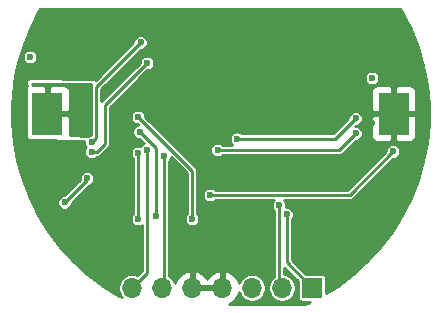
<source format=gbr>
G04 #@! TF.GenerationSoftware,KiCad,Pcbnew,(5.1.8)-1*
G04 #@! TF.CreationDate,2021-06-05T10:41:31+02:00*
G04 #@! TF.ProjectId,nrf52-sensor-tag,6e726635-322d-4736-956e-736f722d7461,rev?*
G04 #@! TF.SameCoordinates,Original*
G04 #@! TF.FileFunction,Copper,L2,Bot*
G04 #@! TF.FilePolarity,Positive*
%FSLAX46Y46*%
G04 Gerber Fmt 4.6, Leading zero omitted, Abs format (unit mm)*
G04 Created by KiCad (PCBNEW (5.1.8)-1) date 2021-06-05 10:41:31*
%MOMM*%
%LPD*%
G01*
G04 APERTURE LIST*
G04 #@! TA.AperFunction,ComponentPad*
%ADD10O,1.700000X1.700000*%
G04 #@! TD*
G04 #@! TA.AperFunction,ComponentPad*
%ADD11R,1.700000X1.700000*%
G04 #@! TD*
G04 #@! TA.AperFunction,SMDPad,CuDef*
%ADD12R,2.600000X3.560000*%
G04 #@! TD*
G04 #@! TA.AperFunction,ViaPad*
%ADD13C,0.600000*%
G04 #@! TD*
G04 #@! TA.AperFunction,ViaPad*
%ADD14C,0.800000*%
G04 #@! TD*
G04 #@! TA.AperFunction,Conductor*
%ADD15C,0.250000*%
G04 #@! TD*
G04 #@! TA.AperFunction,Conductor*
%ADD16C,0.254000*%
G04 #@! TD*
G04 #@! TA.AperFunction,Conductor*
%ADD17C,0.100000*%
G04 #@! TD*
G04 APERTURE END LIST*
D10*
X114274600Y-79362300D03*
X116814600Y-79362300D03*
X119354600Y-79362300D03*
X121894600Y-79362300D03*
X124434600Y-79362300D03*
X126974600Y-79362300D03*
D11*
X129514600Y-79362300D03*
D12*
X136417600Y-64617600D03*
X107117600Y-64617600D03*
D13*
X107670600Y-61468000D03*
X108051600Y-74041000D03*
X106654600Y-71755000D03*
X135610600Y-74041000D03*
X136753600Y-71755000D03*
X138277600Y-61722000D03*
X134594600Y-65405000D03*
X130403600Y-77089000D03*
X115036610Y-56642000D03*
X111865344Y-69786212D03*
D14*
X105130600Y-62252798D03*
D13*
X127355600Y-73152000D03*
X121513600Y-67691000D03*
X133197600Y-66294000D03*
X115544600Y-60325000D03*
X110845600Y-67856013D03*
X126720600Y-72390000D03*
X123164600Y-66740000D03*
X133197600Y-65024000D03*
X115004100Y-58579500D03*
X110845596Y-67056000D03*
X105638600Y-59817000D03*
X134594600Y-61595000D03*
D14*
X110464600Y-62484000D03*
X110464600Y-63373000D03*
X110464600Y-64262000D03*
X110464600Y-65151000D03*
X110464600Y-66040000D03*
D13*
X108559600Y-72136000D03*
X110464600Y-70104000D03*
X115544600Y-67691000D03*
X116941600Y-68199000D03*
X136372600Y-67818000D03*
X120878600Y-71501000D03*
X114782600Y-64897000D03*
X119354600Y-73533000D03*
X114919600Y-66167000D03*
X116306600Y-73279000D03*
X114782600Y-67945000D03*
X114782600Y-73533000D03*
D15*
X127355600Y-77203300D02*
X129514600Y-79362300D01*
X127355600Y-73152000D02*
X127355600Y-77203300D01*
X131800600Y-67691000D02*
X133197600Y-66294000D01*
X121513600Y-67691000D02*
X131800600Y-67691000D01*
X111269864Y-67856013D02*
X110845600Y-67856013D01*
X111978602Y-67147275D02*
X111269864Y-67856013D01*
X111978602Y-63890998D02*
X111978602Y-67147275D01*
X115544600Y-60325000D02*
X111978602Y-63890998D01*
X126720600Y-79108300D02*
X126974600Y-79362300D01*
X126720600Y-72390000D02*
X126720600Y-79108300D01*
X131481600Y-66740000D02*
X133197600Y-65024000D01*
X123164600Y-66740000D02*
X131481600Y-66740000D01*
X111226600Y-66674996D02*
X110845596Y-67056000D01*
X115004100Y-58579500D02*
X111226600Y-62357000D01*
X111226600Y-62357000D02*
X111226600Y-66674996D01*
X108559600Y-72136000D02*
X110464600Y-70231000D01*
X110464600Y-70231000D02*
X110464600Y-70104000D01*
X115544600Y-78092300D02*
X114274600Y-79362300D01*
X115544600Y-67691000D02*
X115544600Y-78092300D01*
X116941600Y-79235300D02*
X116814600Y-79362300D01*
X116941600Y-68199000D02*
X116941600Y-79235300D01*
X136372600Y-67818000D02*
X132689600Y-71501000D01*
X132689600Y-71501000D02*
X120878600Y-71501000D01*
X119354600Y-69469000D02*
X119354600Y-73533000D01*
X114782600Y-64897000D02*
X119354600Y-69469000D01*
X116306600Y-67554000D02*
X116306600Y-73279000D01*
X114919600Y-66167000D02*
X116306600Y-67554000D01*
X114782600Y-67945000D02*
X114782600Y-73533000D01*
D16*
X137168048Y-56018246D02*
X137895680Y-57479376D01*
X138485236Y-59001469D01*
X138931671Y-60571507D01*
X139231176Y-62176081D01*
X139381183Y-63801440D01*
X139380414Y-65433722D01*
X139228873Y-67058952D01*
X138927854Y-68663242D01*
X138479941Y-70232848D01*
X137888948Y-71754390D01*
X137159940Y-73214829D01*
X136299143Y-74601689D01*
X135313928Y-75903101D01*
X134212717Y-77107940D01*
X133004906Y-78205923D01*
X131700852Y-79187634D01*
X130693182Y-79809328D01*
X130693182Y-78512300D01*
X130686868Y-78448197D01*
X130668170Y-78386557D01*
X130637806Y-78329750D01*
X130596943Y-78279957D01*
X130547150Y-78239094D01*
X130490343Y-78208730D01*
X130428703Y-78190032D01*
X130364600Y-78183718D01*
X128975242Y-78183718D01*
X127807600Y-77016077D01*
X127807600Y-73586712D01*
X127842623Y-73551689D01*
X127911240Y-73448996D01*
X127958505Y-73334889D01*
X127982600Y-73213754D01*
X127982600Y-73090246D01*
X127958505Y-72969111D01*
X127911240Y-72855004D01*
X127842623Y-72752311D01*
X127755289Y-72664977D01*
X127652596Y-72596360D01*
X127538489Y-72549095D01*
X127417354Y-72525000D01*
X127333031Y-72525000D01*
X127347600Y-72451754D01*
X127347600Y-72328246D01*
X127323505Y-72207111D01*
X127276240Y-72093004D01*
X127207623Y-71990311D01*
X127170312Y-71953000D01*
X132667395Y-71953000D01*
X132689600Y-71955187D01*
X132711805Y-71953000D01*
X132778207Y-71946460D01*
X132863410Y-71920614D01*
X132941933Y-71878643D01*
X133010759Y-71822159D01*
X133024923Y-71804900D01*
X136384824Y-68445000D01*
X136434354Y-68445000D01*
X136555489Y-68420905D01*
X136669596Y-68373640D01*
X136772289Y-68305023D01*
X136859623Y-68217689D01*
X136928240Y-68114996D01*
X136975505Y-68000889D01*
X136999600Y-67879754D01*
X136999600Y-67756246D01*
X136975505Y-67635111D01*
X136928240Y-67521004D01*
X136859623Y-67418311D01*
X136772289Y-67330977D01*
X136669596Y-67262360D01*
X136555489Y-67215095D01*
X136434354Y-67191000D01*
X136310846Y-67191000D01*
X136189711Y-67215095D01*
X136075604Y-67262360D01*
X135972911Y-67330977D01*
X135885577Y-67418311D01*
X135816960Y-67521004D01*
X135769695Y-67635111D01*
X135745600Y-67756246D01*
X135745600Y-67805776D01*
X132502377Y-71049000D01*
X121313312Y-71049000D01*
X121278289Y-71013977D01*
X121175596Y-70945360D01*
X121061489Y-70898095D01*
X120940354Y-70874000D01*
X120816846Y-70874000D01*
X120695711Y-70898095D01*
X120581604Y-70945360D01*
X120478911Y-71013977D01*
X120391577Y-71101311D01*
X120322960Y-71204004D01*
X120275695Y-71318111D01*
X120251600Y-71439246D01*
X120251600Y-71562754D01*
X120275695Y-71683889D01*
X120322960Y-71797996D01*
X120391577Y-71900689D01*
X120478911Y-71988023D01*
X120581604Y-72056640D01*
X120695711Y-72103905D01*
X120816846Y-72128000D01*
X120940354Y-72128000D01*
X121061489Y-72103905D01*
X121175596Y-72056640D01*
X121278289Y-71988023D01*
X121313312Y-71953000D01*
X126270888Y-71953000D01*
X126233577Y-71990311D01*
X126164960Y-72093004D01*
X126117695Y-72207111D01*
X126093600Y-72328246D01*
X126093600Y-72451754D01*
X126117695Y-72572889D01*
X126164960Y-72686996D01*
X126233577Y-72789689D01*
X126268600Y-72824712D01*
X126268601Y-78418467D01*
X126224306Y-78448064D01*
X126060364Y-78612006D01*
X125931556Y-78804781D01*
X125842831Y-79018982D01*
X125797600Y-79246376D01*
X125797600Y-79478224D01*
X125842831Y-79705618D01*
X125931556Y-79919819D01*
X126060364Y-80112594D01*
X126224306Y-80276536D01*
X126417081Y-80405344D01*
X126631282Y-80494069D01*
X126858676Y-80539300D01*
X127090524Y-80539300D01*
X127317918Y-80494069D01*
X127532119Y-80405344D01*
X127724894Y-80276536D01*
X127888836Y-80112594D01*
X128017644Y-79919819D01*
X128106369Y-79705618D01*
X128151600Y-79478224D01*
X128151600Y-79246376D01*
X128106369Y-79018982D01*
X128017644Y-78804781D01*
X127888836Y-78612006D01*
X127724894Y-78448064D01*
X127532119Y-78319256D01*
X127317918Y-78230531D01*
X127172600Y-78201626D01*
X127172600Y-77659523D01*
X128336018Y-78822942D01*
X128336018Y-80212300D01*
X128342332Y-80276403D01*
X128361030Y-80338043D01*
X128391394Y-80394850D01*
X128432257Y-80444643D01*
X128482050Y-80485506D01*
X128538857Y-80515870D01*
X128600497Y-80534568D01*
X128664600Y-80540882D01*
X129312143Y-80540882D01*
X128924038Y-80733539D01*
X122452416Y-80733539D01*
X122661520Y-80633941D01*
X122894869Y-80459888D01*
X123089778Y-80243655D01*
X123238757Y-79993552D01*
X123323336Y-79755121D01*
X123391556Y-79919819D01*
X123520364Y-80112594D01*
X123684306Y-80276536D01*
X123877081Y-80405344D01*
X124091282Y-80494069D01*
X124318676Y-80539300D01*
X124550524Y-80539300D01*
X124777918Y-80494069D01*
X124992119Y-80405344D01*
X125184894Y-80276536D01*
X125348836Y-80112594D01*
X125477644Y-79919819D01*
X125566369Y-79705618D01*
X125611600Y-79478224D01*
X125611600Y-79246376D01*
X125566369Y-79018982D01*
X125477644Y-78804781D01*
X125348836Y-78612006D01*
X125184894Y-78448064D01*
X124992119Y-78319256D01*
X124777918Y-78230531D01*
X124550524Y-78185300D01*
X124318676Y-78185300D01*
X124091282Y-78230531D01*
X123877081Y-78319256D01*
X123684306Y-78448064D01*
X123520364Y-78612006D01*
X123391556Y-78804781D01*
X123323336Y-78969479D01*
X123238757Y-78731048D01*
X123089778Y-78480945D01*
X122894869Y-78264712D01*
X122661520Y-78090659D01*
X122398699Y-77965475D01*
X122251490Y-77920824D01*
X122021600Y-78042145D01*
X122021600Y-79235300D01*
X122041600Y-79235300D01*
X122041600Y-79489300D01*
X122021600Y-79489300D01*
X122021600Y-79509300D01*
X121767600Y-79509300D01*
X121767600Y-79489300D01*
X119481600Y-79489300D01*
X119481600Y-79509300D01*
X119227600Y-79509300D01*
X119227600Y-79489300D01*
X119207600Y-79489300D01*
X119207600Y-79235300D01*
X119227600Y-79235300D01*
X119227600Y-78042145D01*
X119481600Y-78042145D01*
X119481600Y-79235300D01*
X121767600Y-79235300D01*
X121767600Y-78042145D01*
X121537710Y-77920824D01*
X121390501Y-77965475D01*
X121127680Y-78090659D01*
X120894331Y-78264712D01*
X120699422Y-78480945D01*
X120624600Y-78606555D01*
X120549778Y-78480945D01*
X120354869Y-78264712D01*
X120121520Y-78090659D01*
X119858699Y-77965475D01*
X119711490Y-77920824D01*
X119481600Y-78042145D01*
X119227600Y-78042145D01*
X118997710Y-77920824D01*
X118850501Y-77965475D01*
X118587680Y-78090659D01*
X118354331Y-78264712D01*
X118159422Y-78480945D01*
X118010443Y-78731048D01*
X117925864Y-78969479D01*
X117857644Y-78804781D01*
X117728836Y-78612006D01*
X117564894Y-78448064D01*
X117393600Y-78333609D01*
X117393600Y-68633712D01*
X117428623Y-68598689D01*
X117497240Y-68495996D01*
X117544505Y-68381889D01*
X117558402Y-68312026D01*
X118902600Y-69656225D01*
X118902601Y-73098287D01*
X118867577Y-73133311D01*
X118798960Y-73236004D01*
X118751695Y-73350111D01*
X118727600Y-73471246D01*
X118727600Y-73594754D01*
X118751695Y-73715889D01*
X118798960Y-73829996D01*
X118867577Y-73932689D01*
X118954911Y-74020023D01*
X119057604Y-74088640D01*
X119171711Y-74135905D01*
X119292846Y-74160000D01*
X119416354Y-74160000D01*
X119537489Y-74135905D01*
X119651596Y-74088640D01*
X119754289Y-74020023D01*
X119841623Y-73932689D01*
X119910240Y-73829996D01*
X119957505Y-73715889D01*
X119981600Y-73594754D01*
X119981600Y-73471246D01*
X119957505Y-73350111D01*
X119910240Y-73236004D01*
X119841623Y-73133311D01*
X119806600Y-73098288D01*
X119806600Y-69491204D01*
X119808787Y-69468999D01*
X119800060Y-69380392D01*
X119794044Y-69360562D01*
X119774214Y-69295190D01*
X119732243Y-69216667D01*
X119675759Y-69147841D01*
X119658512Y-69133687D01*
X118154071Y-67629246D01*
X120886600Y-67629246D01*
X120886600Y-67752754D01*
X120910695Y-67873889D01*
X120957960Y-67987996D01*
X121026577Y-68090689D01*
X121113911Y-68178023D01*
X121216604Y-68246640D01*
X121330711Y-68293905D01*
X121451846Y-68318000D01*
X121575354Y-68318000D01*
X121696489Y-68293905D01*
X121810596Y-68246640D01*
X121913289Y-68178023D01*
X121948312Y-68143000D01*
X131778395Y-68143000D01*
X131800600Y-68145187D01*
X131822805Y-68143000D01*
X131889207Y-68136460D01*
X131974410Y-68110614D01*
X132052933Y-68068643D01*
X132121759Y-68012159D01*
X132135923Y-67994900D01*
X133209825Y-66921000D01*
X133259354Y-66921000D01*
X133380489Y-66896905D01*
X133494596Y-66849640D01*
X133597289Y-66781023D01*
X133684623Y-66693689D01*
X133753240Y-66590996D01*
X133800505Y-66476889D01*
X133816276Y-66397600D01*
X134479528Y-66397600D01*
X134491788Y-66522082D01*
X134528098Y-66641780D01*
X134587063Y-66752094D01*
X134666415Y-66848785D01*
X134763106Y-66928137D01*
X134873420Y-66987102D01*
X134993118Y-67023412D01*
X135117600Y-67035672D01*
X136131850Y-67032600D01*
X136290600Y-66873850D01*
X136290600Y-64744600D01*
X136544600Y-64744600D01*
X136544600Y-66873850D01*
X136703350Y-67032600D01*
X137717600Y-67035672D01*
X137842082Y-67023412D01*
X137961780Y-66987102D01*
X138072094Y-66928137D01*
X138168785Y-66848785D01*
X138248137Y-66752094D01*
X138307102Y-66641780D01*
X138343412Y-66522082D01*
X138355672Y-66397600D01*
X138352600Y-64903350D01*
X138193850Y-64744600D01*
X136544600Y-64744600D01*
X136290600Y-64744600D01*
X134641350Y-64744600D01*
X134482600Y-64903350D01*
X134479528Y-66397600D01*
X133816276Y-66397600D01*
X133824600Y-66355754D01*
X133824600Y-66232246D01*
X133800505Y-66111111D01*
X133753240Y-65997004D01*
X133684623Y-65894311D01*
X133597289Y-65806977D01*
X133494596Y-65738360D01*
X133380489Y-65691095D01*
X133259354Y-65667000D01*
X133193825Y-65667000D01*
X133209825Y-65651000D01*
X133259354Y-65651000D01*
X133380489Y-65626905D01*
X133494596Y-65579640D01*
X133597289Y-65511023D01*
X133684623Y-65423689D01*
X133753240Y-65320996D01*
X133800505Y-65206889D01*
X133824600Y-65085754D01*
X133824600Y-64962246D01*
X133800505Y-64841111D01*
X133753240Y-64727004D01*
X133684623Y-64624311D01*
X133597289Y-64536977D01*
X133494596Y-64468360D01*
X133380489Y-64421095D01*
X133259354Y-64397000D01*
X133135846Y-64397000D01*
X133014711Y-64421095D01*
X132900604Y-64468360D01*
X132797911Y-64536977D01*
X132710577Y-64624311D01*
X132641960Y-64727004D01*
X132594695Y-64841111D01*
X132570600Y-64962246D01*
X132570600Y-65011775D01*
X131294377Y-66288000D01*
X123599312Y-66288000D01*
X123564289Y-66252977D01*
X123461596Y-66184360D01*
X123347489Y-66137095D01*
X123226354Y-66113000D01*
X123102846Y-66113000D01*
X122981711Y-66137095D01*
X122867604Y-66184360D01*
X122764911Y-66252977D01*
X122677577Y-66340311D01*
X122608960Y-66443004D01*
X122561695Y-66557111D01*
X122537600Y-66678246D01*
X122537600Y-66801754D01*
X122561695Y-66922889D01*
X122608960Y-67036996D01*
X122677577Y-67139689D01*
X122764911Y-67227023D01*
X122782836Y-67239000D01*
X121948312Y-67239000D01*
X121913289Y-67203977D01*
X121810596Y-67135360D01*
X121696489Y-67088095D01*
X121575354Y-67064000D01*
X121451846Y-67064000D01*
X121330711Y-67088095D01*
X121216604Y-67135360D01*
X121113911Y-67203977D01*
X121026577Y-67291311D01*
X120957960Y-67394004D01*
X120910695Y-67508111D01*
X120886600Y-67629246D01*
X118154071Y-67629246D01*
X115409600Y-64884777D01*
X115409600Y-64835246D01*
X115385505Y-64714111D01*
X115338240Y-64600004D01*
X115269623Y-64497311D01*
X115182289Y-64409977D01*
X115079596Y-64341360D01*
X114965489Y-64294095D01*
X114844354Y-64270000D01*
X114720846Y-64270000D01*
X114599711Y-64294095D01*
X114485604Y-64341360D01*
X114382911Y-64409977D01*
X114295577Y-64497311D01*
X114226960Y-64600004D01*
X114179695Y-64714111D01*
X114155600Y-64835246D01*
X114155600Y-64958754D01*
X114179695Y-65079889D01*
X114226960Y-65193996D01*
X114295577Y-65296689D01*
X114382911Y-65384023D01*
X114485604Y-65452640D01*
X114599711Y-65499905D01*
X114720846Y-65524000D01*
X114770377Y-65524000D01*
X114798234Y-65551857D01*
X114736711Y-65564095D01*
X114622604Y-65611360D01*
X114519911Y-65679977D01*
X114432577Y-65767311D01*
X114363960Y-65870004D01*
X114316695Y-65984111D01*
X114292600Y-66105246D01*
X114292600Y-66228754D01*
X114316695Y-66349889D01*
X114363960Y-66463996D01*
X114432577Y-66566689D01*
X114519911Y-66654023D01*
X114622604Y-66722640D01*
X114736711Y-66769905D01*
X114857846Y-66794000D01*
X114907377Y-66794000D01*
X115248404Y-67135028D01*
X115247604Y-67135360D01*
X115144911Y-67203977D01*
X115057577Y-67291311D01*
X115011038Y-67360962D01*
X114965489Y-67342095D01*
X114844354Y-67318000D01*
X114720846Y-67318000D01*
X114599711Y-67342095D01*
X114485604Y-67389360D01*
X114382911Y-67457977D01*
X114295577Y-67545311D01*
X114226960Y-67648004D01*
X114179695Y-67762111D01*
X114155600Y-67883246D01*
X114155600Y-68006754D01*
X114179695Y-68127889D01*
X114226960Y-68241996D01*
X114295577Y-68344689D01*
X114330600Y-68379712D01*
X114330601Y-73098287D01*
X114295577Y-73133311D01*
X114226960Y-73236004D01*
X114179695Y-73350111D01*
X114155600Y-73471246D01*
X114155600Y-73594754D01*
X114179695Y-73715889D01*
X114226960Y-73829996D01*
X114295577Y-73932689D01*
X114382911Y-74020023D01*
X114485604Y-74088640D01*
X114599711Y-74135905D01*
X114720846Y-74160000D01*
X114844354Y-74160000D01*
X114965489Y-74135905D01*
X115079596Y-74088640D01*
X115092601Y-74079951D01*
X115092601Y-77905074D01*
X114723437Y-78274239D01*
X114617918Y-78230531D01*
X114390524Y-78185300D01*
X114158676Y-78185300D01*
X113931282Y-78230531D01*
X113717081Y-78319256D01*
X113524306Y-78448064D01*
X113360364Y-78612006D01*
X113231556Y-78804781D01*
X113142831Y-79018982D01*
X113097600Y-79246376D01*
X113097600Y-79478224D01*
X113142831Y-79705618D01*
X113231556Y-79919819D01*
X113360364Y-80112594D01*
X113398437Y-80150667D01*
X113168947Y-80036612D01*
X111780597Y-79178246D01*
X110477460Y-78195299D01*
X109270694Y-77096186D01*
X108170608Y-75890296D01*
X107186619Y-74587953D01*
X106327136Y-73200288D01*
X105766375Y-72074246D01*
X107932600Y-72074246D01*
X107932600Y-72197754D01*
X107956695Y-72318889D01*
X108003960Y-72432996D01*
X108072577Y-72535689D01*
X108159911Y-72623023D01*
X108262604Y-72691640D01*
X108376711Y-72738905D01*
X108497846Y-72763000D01*
X108621354Y-72763000D01*
X108742489Y-72738905D01*
X108856596Y-72691640D01*
X108959289Y-72623023D01*
X109046623Y-72535689D01*
X109115240Y-72432996D01*
X109162505Y-72318889D01*
X109186600Y-72197754D01*
X109186600Y-72148223D01*
X110623060Y-70711764D01*
X110647489Y-70706905D01*
X110761596Y-70659640D01*
X110864289Y-70591023D01*
X110951623Y-70503689D01*
X111020240Y-70400996D01*
X111067505Y-70286889D01*
X111091600Y-70165754D01*
X111091600Y-70042246D01*
X111067505Y-69921111D01*
X111020240Y-69807004D01*
X110951623Y-69704311D01*
X110864289Y-69616977D01*
X110761596Y-69548360D01*
X110647489Y-69501095D01*
X110526354Y-69477000D01*
X110402846Y-69477000D01*
X110281711Y-69501095D01*
X110167604Y-69548360D01*
X110064911Y-69616977D01*
X109977577Y-69704311D01*
X109908960Y-69807004D01*
X109861695Y-69921111D01*
X109837600Y-70042246D01*
X109837600Y-70165754D01*
X109846397Y-70209979D01*
X108547377Y-71509000D01*
X108497846Y-71509000D01*
X108376711Y-71533095D01*
X108262604Y-71580360D01*
X108159911Y-71648977D01*
X108072577Y-71736311D01*
X108003960Y-71839004D01*
X107956695Y-71953111D01*
X107932600Y-72074246D01*
X105766375Y-72074246D01*
X105599505Y-71739162D01*
X105009950Y-70217068D01*
X104563515Y-68647038D01*
X104264009Y-67042458D01*
X104114002Y-65417099D01*
X104114771Y-63784818D01*
X104266312Y-62159586D01*
X104306716Y-61944250D01*
X105311600Y-61944250D01*
X105311600Y-66548000D01*
X105317147Y-66607972D01*
X105335023Y-66669532D01*
X105364566Y-66726422D01*
X105404640Y-66776455D01*
X105453705Y-66817709D01*
X105509875Y-66848598D01*
X105570992Y-66867935D01*
X105634707Y-66874977D01*
X110231435Y-66929700D01*
X110218596Y-66994246D01*
X110218596Y-67117754D01*
X110242691Y-67238889D01*
X110289956Y-67352996D01*
X110358573Y-67455689D01*
X110358893Y-67456009D01*
X110358577Y-67456324D01*
X110289960Y-67559017D01*
X110242695Y-67673124D01*
X110218600Y-67794259D01*
X110218600Y-67917767D01*
X110242695Y-68038902D01*
X110289960Y-68153009D01*
X110358577Y-68255702D01*
X110445911Y-68343036D01*
X110548604Y-68411653D01*
X110662711Y-68458918D01*
X110783846Y-68483013D01*
X110907354Y-68483013D01*
X111028489Y-68458918D01*
X111142596Y-68411653D01*
X111245289Y-68343036D01*
X111279028Y-68309297D01*
X111292069Y-68308013D01*
X111358471Y-68301473D01*
X111443674Y-68275627D01*
X111522197Y-68233656D01*
X111591023Y-68177172D01*
X111605187Y-68159913D01*
X112282507Y-67482594D01*
X112299761Y-67468434D01*
X112356245Y-67399608D01*
X112398216Y-67321085D01*
X112415300Y-67264767D01*
X112424062Y-67235883D01*
X112432789Y-67147275D01*
X112430602Y-67125070D01*
X112430602Y-64078221D01*
X113671223Y-62837600D01*
X134479528Y-62837600D01*
X134482600Y-64331850D01*
X134641350Y-64490600D01*
X136290600Y-64490600D01*
X136290600Y-62361350D01*
X136544600Y-62361350D01*
X136544600Y-64490600D01*
X138193850Y-64490600D01*
X138352600Y-64331850D01*
X138355672Y-62837600D01*
X138343412Y-62713118D01*
X138307102Y-62593420D01*
X138248137Y-62483106D01*
X138168785Y-62386415D01*
X138072094Y-62307063D01*
X137961780Y-62248098D01*
X137842082Y-62211788D01*
X137717600Y-62199528D01*
X136703350Y-62202600D01*
X136544600Y-62361350D01*
X136290600Y-62361350D01*
X136131850Y-62202600D01*
X135117600Y-62199528D01*
X134993118Y-62211788D01*
X134873420Y-62248098D01*
X134763106Y-62307063D01*
X134666415Y-62386415D01*
X134587063Y-62483106D01*
X134528098Y-62593420D01*
X134491788Y-62713118D01*
X134479528Y-62837600D01*
X113671223Y-62837600D01*
X114975577Y-61533246D01*
X133967600Y-61533246D01*
X133967600Y-61656754D01*
X133991695Y-61777889D01*
X134038960Y-61891996D01*
X134107577Y-61994689D01*
X134194911Y-62082023D01*
X134297604Y-62150640D01*
X134411711Y-62197905D01*
X134532846Y-62222000D01*
X134656354Y-62222000D01*
X134777489Y-62197905D01*
X134891596Y-62150640D01*
X134994289Y-62082023D01*
X135081623Y-61994689D01*
X135150240Y-61891996D01*
X135197505Y-61777889D01*
X135221600Y-61656754D01*
X135221600Y-61533246D01*
X135197505Y-61412111D01*
X135150240Y-61298004D01*
X135081623Y-61195311D01*
X134994289Y-61107977D01*
X134891596Y-61039360D01*
X134777489Y-60992095D01*
X134656354Y-60968000D01*
X134532846Y-60968000D01*
X134411711Y-60992095D01*
X134297604Y-61039360D01*
X134194911Y-61107977D01*
X134107577Y-61195311D01*
X134038960Y-61298004D01*
X133991695Y-61412111D01*
X133967600Y-61533246D01*
X114975577Y-61533246D01*
X115556824Y-60952000D01*
X115606354Y-60952000D01*
X115727489Y-60927905D01*
X115841596Y-60880640D01*
X115944289Y-60812023D01*
X116031623Y-60724689D01*
X116100240Y-60621996D01*
X116147505Y-60507889D01*
X116171600Y-60386754D01*
X116171600Y-60263246D01*
X116147505Y-60142111D01*
X116100240Y-60028004D01*
X116031623Y-59925311D01*
X115944289Y-59837977D01*
X115841596Y-59769360D01*
X115727489Y-59722095D01*
X115606354Y-59698000D01*
X115482846Y-59698000D01*
X115361711Y-59722095D01*
X115247604Y-59769360D01*
X115144911Y-59837977D01*
X115057577Y-59925311D01*
X114988960Y-60028004D01*
X114941695Y-60142111D01*
X114917600Y-60263246D01*
X114917600Y-60312776D01*
X111678600Y-63551777D01*
X111678600Y-62544223D01*
X115016324Y-59206500D01*
X115065854Y-59206500D01*
X115186989Y-59182405D01*
X115301096Y-59135140D01*
X115403789Y-59066523D01*
X115491123Y-58979189D01*
X115559740Y-58876496D01*
X115607005Y-58762389D01*
X115631100Y-58641254D01*
X115631100Y-58517746D01*
X115607005Y-58396611D01*
X115559740Y-58282504D01*
X115491123Y-58179811D01*
X115403789Y-58092477D01*
X115301096Y-58023860D01*
X115186989Y-57976595D01*
X115065854Y-57952500D01*
X114942346Y-57952500D01*
X114821211Y-57976595D01*
X114707104Y-58023860D01*
X114604411Y-58092477D01*
X114517077Y-58179811D01*
X114448460Y-58282504D01*
X114401195Y-58396611D01*
X114377100Y-58517746D01*
X114377100Y-58567276D01*
X111184027Y-61760350D01*
X111157495Y-61738041D01*
X111101325Y-61707152D01*
X111040208Y-61687815D01*
X110976493Y-61680773D01*
X105642493Y-61617273D01*
X105574805Y-61623533D01*
X105513463Y-61642141D01*
X105456929Y-61672359D01*
X105407376Y-61713026D01*
X105366709Y-61762579D01*
X105336491Y-61819113D01*
X105317883Y-61880455D01*
X105311600Y-61944250D01*
X104306716Y-61944250D01*
X104567331Y-60555294D01*
X104795638Y-59755246D01*
X105011600Y-59755246D01*
X105011600Y-59878754D01*
X105035695Y-59999889D01*
X105082960Y-60113996D01*
X105151577Y-60216689D01*
X105238911Y-60304023D01*
X105341604Y-60372640D01*
X105455711Y-60419905D01*
X105576846Y-60444000D01*
X105700354Y-60444000D01*
X105821489Y-60419905D01*
X105935596Y-60372640D01*
X106038289Y-60304023D01*
X106125623Y-60216689D01*
X106194240Y-60113996D01*
X106241505Y-59999889D01*
X106265600Y-59878754D01*
X106265600Y-59755246D01*
X106241505Y-59634111D01*
X106194240Y-59520004D01*
X106125623Y-59417311D01*
X106038289Y-59329977D01*
X105935596Y-59261360D01*
X105821489Y-59214095D01*
X105700354Y-59190000D01*
X105576846Y-59190000D01*
X105455711Y-59214095D01*
X105341604Y-59261360D01*
X105238911Y-59329977D01*
X105151577Y-59417311D01*
X105082960Y-59520004D01*
X105035695Y-59634111D01*
X105011600Y-59755246D01*
X104795638Y-59755246D01*
X105015248Y-58985681D01*
X105606235Y-57464153D01*
X106335245Y-56003711D01*
X106490856Y-55753000D01*
X137003762Y-55753000D01*
X137168048Y-56018246D01*
G04 #@! TA.AperFunction,Conductor*
D17*
G36*
X137168048Y-56018246D02*
G01*
X137895680Y-57479376D01*
X138485236Y-59001469D01*
X138931671Y-60571507D01*
X139231176Y-62176081D01*
X139381183Y-63801440D01*
X139380414Y-65433722D01*
X139228873Y-67058952D01*
X138927854Y-68663242D01*
X138479941Y-70232848D01*
X137888948Y-71754390D01*
X137159940Y-73214829D01*
X136299143Y-74601689D01*
X135313928Y-75903101D01*
X134212717Y-77107940D01*
X133004906Y-78205923D01*
X131700852Y-79187634D01*
X130693182Y-79809328D01*
X130693182Y-78512300D01*
X130686868Y-78448197D01*
X130668170Y-78386557D01*
X130637806Y-78329750D01*
X130596943Y-78279957D01*
X130547150Y-78239094D01*
X130490343Y-78208730D01*
X130428703Y-78190032D01*
X130364600Y-78183718D01*
X128975242Y-78183718D01*
X127807600Y-77016077D01*
X127807600Y-73586712D01*
X127842623Y-73551689D01*
X127911240Y-73448996D01*
X127958505Y-73334889D01*
X127982600Y-73213754D01*
X127982600Y-73090246D01*
X127958505Y-72969111D01*
X127911240Y-72855004D01*
X127842623Y-72752311D01*
X127755289Y-72664977D01*
X127652596Y-72596360D01*
X127538489Y-72549095D01*
X127417354Y-72525000D01*
X127333031Y-72525000D01*
X127347600Y-72451754D01*
X127347600Y-72328246D01*
X127323505Y-72207111D01*
X127276240Y-72093004D01*
X127207623Y-71990311D01*
X127170312Y-71953000D01*
X132667395Y-71953000D01*
X132689600Y-71955187D01*
X132711805Y-71953000D01*
X132778207Y-71946460D01*
X132863410Y-71920614D01*
X132941933Y-71878643D01*
X133010759Y-71822159D01*
X133024923Y-71804900D01*
X136384824Y-68445000D01*
X136434354Y-68445000D01*
X136555489Y-68420905D01*
X136669596Y-68373640D01*
X136772289Y-68305023D01*
X136859623Y-68217689D01*
X136928240Y-68114996D01*
X136975505Y-68000889D01*
X136999600Y-67879754D01*
X136999600Y-67756246D01*
X136975505Y-67635111D01*
X136928240Y-67521004D01*
X136859623Y-67418311D01*
X136772289Y-67330977D01*
X136669596Y-67262360D01*
X136555489Y-67215095D01*
X136434354Y-67191000D01*
X136310846Y-67191000D01*
X136189711Y-67215095D01*
X136075604Y-67262360D01*
X135972911Y-67330977D01*
X135885577Y-67418311D01*
X135816960Y-67521004D01*
X135769695Y-67635111D01*
X135745600Y-67756246D01*
X135745600Y-67805776D01*
X132502377Y-71049000D01*
X121313312Y-71049000D01*
X121278289Y-71013977D01*
X121175596Y-70945360D01*
X121061489Y-70898095D01*
X120940354Y-70874000D01*
X120816846Y-70874000D01*
X120695711Y-70898095D01*
X120581604Y-70945360D01*
X120478911Y-71013977D01*
X120391577Y-71101311D01*
X120322960Y-71204004D01*
X120275695Y-71318111D01*
X120251600Y-71439246D01*
X120251600Y-71562754D01*
X120275695Y-71683889D01*
X120322960Y-71797996D01*
X120391577Y-71900689D01*
X120478911Y-71988023D01*
X120581604Y-72056640D01*
X120695711Y-72103905D01*
X120816846Y-72128000D01*
X120940354Y-72128000D01*
X121061489Y-72103905D01*
X121175596Y-72056640D01*
X121278289Y-71988023D01*
X121313312Y-71953000D01*
X126270888Y-71953000D01*
X126233577Y-71990311D01*
X126164960Y-72093004D01*
X126117695Y-72207111D01*
X126093600Y-72328246D01*
X126093600Y-72451754D01*
X126117695Y-72572889D01*
X126164960Y-72686996D01*
X126233577Y-72789689D01*
X126268600Y-72824712D01*
X126268601Y-78418467D01*
X126224306Y-78448064D01*
X126060364Y-78612006D01*
X125931556Y-78804781D01*
X125842831Y-79018982D01*
X125797600Y-79246376D01*
X125797600Y-79478224D01*
X125842831Y-79705618D01*
X125931556Y-79919819D01*
X126060364Y-80112594D01*
X126224306Y-80276536D01*
X126417081Y-80405344D01*
X126631282Y-80494069D01*
X126858676Y-80539300D01*
X127090524Y-80539300D01*
X127317918Y-80494069D01*
X127532119Y-80405344D01*
X127724894Y-80276536D01*
X127888836Y-80112594D01*
X128017644Y-79919819D01*
X128106369Y-79705618D01*
X128151600Y-79478224D01*
X128151600Y-79246376D01*
X128106369Y-79018982D01*
X128017644Y-78804781D01*
X127888836Y-78612006D01*
X127724894Y-78448064D01*
X127532119Y-78319256D01*
X127317918Y-78230531D01*
X127172600Y-78201626D01*
X127172600Y-77659523D01*
X128336018Y-78822942D01*
X128336018Y-80212300D01*
X128342332Y-80276403D01*
X128361030Y-80338043D01*
X128391394Y-80394850D01*
X128432257Y-80444643D01*
X128482050Y-80485506D01*
X128538857Y-80515870D01*
X128600497Y-80534568D01*
X128664600Y-80540882D01*
X129312143Y-80540882D01*
X128924038Y-80733539D01*
X122452416Y-80733539D01*
X122661520Y-80633941D01*
X122894869Y-80459888D01*
X123089778Y-80243655D01*
X123238757Y-79993552D01*
X123323336Y-79755121D01*
X123391556Y-79919819D01*
X123520364Y-80112594D01*
X123684306Y-80276536D01*
X123877081Y-80405344D01*
X124091282Y-80494069D01*
X124318676Y-80539300D01*
X124550524Y-80539300D01*
X124777918Y-80494069D01*
X124992119Y-80405344D01*
X125184894Y-80276536D01*
X125348836Y-80112594D01*
X125477644Y-79919819D01*
X125566369Y-79705618D01*
X125611600Y-79478224D01*
X125611600Y-79246376D01*
X125566369Y-79018982D01*
X125477644Y-78804781D01*
X125348836Y-78612006D01*
X125184894Y-78448064D01*
X124992119Y-78319256D01*
X124777918Y-78230531D01*
X124550524Y-78185300D01*
X124318676Y-78185300D01*
X124091282Y-78230531D01*
X123877081Y-78319256D01*
X123684306Y-78448064D01*
X123520364Y-78612006D01*
X123391556Y-78804781D01*
X123323336Y-78969479D01*
X123238757Y-78731048D01*
X123089778Y-78480945D01*
X122894869Y-78264712D01*
X122661520Y-78090659D01*
X122398699Y-77965475D01*
X122251490Y-77920824D01*
X122021600Y-78042145D01*
X122021600Y-79235300D01*
X122041600Y-79235300D01*
X122041600Y-79489300D01*
X122021600Y-79489300D01*
X122021600Y-79509300D01*
X121767600Y-79509300D01*
X121767600Y-79489300D01*
X119481600Y-79489300D01*
X119481600Y-79509300D01*
X119227600Y-79509300D01*
X119227600Y-79489300D01*
X119207600Y-79489300D01*
X119207600Y-79235300D01*
X119227600Y-79235300D01*
X119227600Y-78042145D01*
X119481600Y-78042145D01*
X119481600Y-79235300D01*
X121767600Y-79235300D01*
X121767600Y-78042145D01*
X121537710Y-77920824D01*
X121390501Y-77965475D01*
X121127680Y-78090659D01*
X120894331Y-78264712D01*
X120699422Y-78480945D01*
X120624600Y-78606555D01*
X120549778Y-78480945D01*
X120354869Y-78264712D01*
X120121520Y-78090659D01*
X119858699Y-77965475D01*
X119711490Y-77920824D01*
X119481600Y-78042145D01*
X119227600Y-78042145D01*
X118997710Y-77920824D01*
X118850501Y-77965475D01*
X118587680Y-78090659D01*
X118354331Y-78264712D01*
X118159422Y-78480945D01*
X118010443Y-78731048D01*
X117925864Y-78969479D01*
X117857644Y-78804781D01*
X117728836Y-78612006D01*
X117564894Y-78448064D01*
X117393600Y-78333609D01*
X117393600Y-68633712D01*
X117428623Y-68598689D01*
X117497240Y-68495996D01*
X117544505Y-68381889D01*
X117558402Y-68312026D01*
X118902600Y-69656225D01*
X118902601Y-73098287D01*
X118867577Y-73133311D01*
X118798960Y-73236004D01*
X118751695Y-73350111D01*
X118727600Y-73471246D01*
X118727600Y-73594754D01*
X118751695Y-73715889D01*
X118798960Y-73829996D01*
X118867577Y-73932689D01*
X118954911Y-74020023D01*
X119057604Y-74088640D01*
X119171711Y-74135905D01*
X119292846Y-74160000D01*
X119416354Y-74160000D01*
X119537489Y-74135905D01*
X119651596Y-74088640D01*
X119754289Y-74020023D01*
X119841623Y-73932689D01*
X119910240Y-73829996D01*
X119957505Y-73715889D01*
X119981600Y-73594754D01*
X119981600Y-73471246D01*
X119957505Y-73350111D01*
X119910240Y-73236004D01*
X119841623Y-73133311D01*
X119806600Y-73098288D01*
X119806600Y-69491204D01*
X119808787Y-69468999D01*
X119800060Y-69380392D01*
X119794044Y-69360562D01*
X119774214Y-69295190D01*
X119732243Y-69216667D01*
X119675759Y-69147841D01*
X119658512Y-69133687D01*
X118154071Y-67629246D01*
X120886600Y-67629246D01*
X120886600Y-67752754D01*
X120910695Y-67873889D01*
X120957960Y-67987996D01*
X121026577Y-68090689D01*
X121113911Y-68178023D01*
X121216604Y-68246640D01*
X121330711Y-68293905D01*
X121451846Y-68318000D01*
X121575354Y-68318000D01*
X121696489Y-68293905D01*
X121810596Y-68246640D01*
X121913289Y-68178023D01*
X121948312Y-68143000D01*
X131778395Y-68143000D01*
X131800600Y-68145187D01*
X131822805Y-68143000D01*
X131889207Y-68136460D01*
X131974410Y-68110614D01*
X132052933Y-68068643D01*
X132121759Y-68012159D01*
X132135923Y-67994900D01*
X133209825Y-66921000D01*
X133259354Y-66921000D01*
X133380489Y-66896905D01*
X133494596Y-66849640D01*
X133597289Y-66781023D01*
X133684623Y-66693689D01*
X133753240Y-66590996D01*
X133800505Y-66476889D01*
X133816276Y-66397600D01*
X134479528Y-66397600D01*
X134491788Y-66522082D01*
X134528098Y-66641780D01*
X134587063Y-66752094D01*
X134666415Y-66848785D01*
X134763106Y-66928137D01*
X134873420Y-66987102D01*
X134993118Y-67023412D01*
X135117600Y-67035672D01*
X136131850Y-67032600D01*
X136290600Y-66873850D01*
X136290600Y-64744600D01*
X136544600Y-64744600D01*
X136544600Y-66873850D01*
X136703350Y-67032600D01*
X137717600Y-67035672D01*
X137842082Y-67023412D01*
X137961780Y-66987102D01*
X138072094Y-66928137D01*
X138168785Y-66848785D01*
X138248137Y-66752094D01*
X138307102Y-66641780D01*
X138343412Y-66522082D01*
X138355672Y-66397600D01*
X138352600Y-64903350D01*
X138193850Y-64744600D01*
X136544600Y-64744600D01*
X136290600Y-64744600D01*
X134641350Y-64744600D01*
X134482600Y-64903350D01*
X134479528Y-66397600D01*
X133816276Y-66397600D01*
X133824600Y-66355754D01*
X133824600Y-66232246D01*
X133800505Y-66111111D01*
X133753240Y-65997004D01*
X133684623Y-65894311D01*
X133597289Y-65806977D01*
X133494596Y-65738360D01*
X133380489Y-65691095D01*
X133259354Y-65667000D01*
X133193825Y-65667000D01*
X133209825Y-65651000D01*
X133259354Y-65651000D01*
X133380489Y-65626905D01*
X133494596Y-65579640D01*
X133597289Y-65511023D01*
X133684623Y-65423689D01*
X133753240Y-65320996D01*
X133800505Y-65206889D01*
X133824600Y-65085754D01*
X133824600Y-64962246D01*
X133800505Y-64841111D01*
X133753240Y-64727004D01*
X133684623Y-64624311D01*
X133597289Y-64536977D01*
X133494596Y-64468360D01*
X133380489Y-64421095D01*
X133259354Y-64397000D01*
X133135846Y-64397000D01*
X133014711Y-64421095D01*
X132900604Y-64468360D01*
X132797911Y-64536977D01*
X132710577Y-64624311D01*
X132641960Y-64727004D01*
X132594695Y-64841111D01*
X132570600Y-64962246D01*
X132570600Y-65011775D01*
X131294377Y-66288000D01*
X123599312Y-66288000D01*
X123564289Y-66252977D01*
X123461596Y-66184360D01*
X123347489Y-66137095D01*
X123226354Y-66113000D01*
X123102846Y-66113000D01*
X122981711Y-66137095D01*
X122867604Y-66184360D01*
X122764911Y-66252977D01*
X122677577Y-66340311D01*
X122608960Y-66443004D01*
X122561695Y-66557111D01*
X122537600Y-66678246D01*
X122537600Y-66801754D01*
X122561695Y-66922889D01*
X122608960Y-67036996D01*
X122677577Y-67139689D01*
X122764911Y-67227023D01*
X122782836Y-67239000D01*
X121948312Y-67239000D01*
X121913289Y-67203977D01*
X121810596Y-67135360D01*
X121696489Y-67088095D01*
X121575354Y-67064000D01*
X121451846Y-67064000D01*
X121330711Y-67088095D01*
X121216604Y-67135360D01*
X121113911Y-67203977D01*
X121026577Y-67291311D01*
X120957960Y-67394004D01*
X120910695Y-67508111D01*
X120886600Y-67629246D01*
X118154071Y-67629246D01*
X115409600Y-64884777D01*
X115409600Y-64835246D01*
X115385505Y-64714111D01*
X115338240Y-64600004D01*
X115269623Y-64497311D01*
X115182289Y-64409977D01*
X115079596Y-64341360D01*
X114965489Y-64294095D01*
X114844354Y-64270000D01*
X114720846Y-64270000D01*
X114599711Y-64294095D01*
X114485604Y-64341360D01*
X114382911Y-64409977D01*
X114295577Y-64497311D01*
X114226960Y-64600004D01*
X114179695Y-64714111D01*
X114155600Y-64835246D01*
X114155600Y-64958754D01*
X114179695Y-65079889D01*
X114226960Y-65193996D01*
X114295577Y-65296689D01*
X114382911Y-65384023D01*
X114485604Y-65452640D01*
X114599711Y-65499905D01*
X114720846Y-65524000D01*
X114770377Y-65524000D01*
X114798234Y-65551857D01*
X114736711Y-65564095D01*
X114622604Y-65611360D01*
X114519911Y-65679977D01*
X114432577Y-65767311D01*
X114363960Y-65870004D01*
X114316695Y-65984111D01*
X114292600Y-66105246D01*
X114292600Y-66228754D01*
X114316695Y-66349889D01*
X114363960Y-66463996D01*
X114432577Y-66566689D01*
X114519911Y-66654023D01*
X114622604Y-66722640D01*
X114736711Y-66769905D01*
X114857846Y-66794000D01*
X114907377Y-66794000D01*
X115248404Y-67135028D01*
X115247604Y-67135360D01*
X115144911Y-67203977D01*
X115057577Y-67291311D01*
X115011038Y-67360962D01*
X114965489Y-67342095D01*
X114844354Y-67318000D01*
X114720846Y-67318000D01*
X114599711Y-67342095D01*
X114485604Y-67389360D01*
X114382911Y-67457977D01*
X114295577Y-67545311D01*
X114226960Y-67648004D01*
X114179695Y-67762111D01*
X114155600Y-67883246D01*
X114155600Y-68006754D01*
X114179695Y-68127889D01*
X114226960Y-68241996D01*
X114295577Y-68344689D01*
X114330600Y-68379712D01*
X114330601Y-73098287D01*
X114295577Y-73133311D01*
X114226960Y-73236004D01*
X114179695Y-73350111D01*
X114155600Y-73471246D01*
X114155600Y-73594754D01*
X114179695Y-73715889D01*
X114226960Y-73829996D01*
X114295577Y-73932689D01*
X114382911Y-74020023D01*
X114485604Y-74088640D01*
X114599711Y-74135905D01*
X114720846Y-74160000D01*
X114844354Y-74160000D01*
X114965489Y-74135905D01*
X115079596Y-74088640D01*
X115092601Y-74079951D01*
X115092601Y-77905074D01*
X114723437Y-78274239D01*
X114617918Y-78230531D01*
X114390524Y-78185300D01*
X114158676Y-78185300D01*
X113931282Y-78230531D01*
X113717081Y-78319256D01*
X113524306Y-78448064D01*
X113360364Y-78612006D01*
X113231556Y-78804781D01*
X113142831Y-79018982D01*
X113097600Y-79246376D01*
X113097600Y-79478224D01*
X113142831Y-79705618D01*
X113231556Y-79919819D01*
X113360364Y-80112594D01*
X113398437Y-80150667D01*
X113168947Y-80036612D01*
X111780597Y-79178246D01*
X110477460Y-78195299D01*
X109270694Y-77096186D01*
X108170608Y-75890296D01*
X107186619Y-74587953D01*
X106327136Y-73200288D01*
X105766375Y-72074246D01*
X107932600Y-72074246D01*
X107932600Y-72197754D01*
X107956695Y-72318889D01*
X108003960Y-72432996D01*
X108072577Y-72535689D01*
X108159911Y-72623023D01*
X108262604Y-72691640D01*
X108376711Y-72738905D01*
X108497846Y-72763000D01*
X108621354Y-72763000D01*
X108742489Y-72738905D01*
X108856596Y-72691640D01*
X108959289Y-72623023D01*
X109046623Y-72535689D01*
X109115240Y-72432996D01*
X109162505Y-72318889D01*
X109186600Y-72197754D01*
X109186600Y-72148223D01*
X110623060Y-70711764D01*
X110647489Y-70706905D01*
X110761596Y-70659640D01*
X110864289Y-70591023D01*
X110951623Y-70503689D01*
X111020240Y-70400996D01*
X111067505Y-70286889D01*
X111091600Y-70165754D01*
X111091600Y-70042246D01*
X111067505Y-69921111D01*
X111020240Y-69807004D01*
X110951623Y-69704311D01*
X110864289Y-69616977D01*
X110761596Y-69548360D01*
X110647489Y-69501095D01*
X110526354Y-69477000D01*
X110402846Y-69477000D01*
X110281711Y-69501095D01*
X110167604Y-69548360D01*
X110064911Y-69616977D01*
X109977577Y-69704311D01*
X109908960Y-69807004D01*
X109861695Y-69921111D01*
X109837600Y-70042246D01*
X109837600Y-70165754D01*
X109846397Y-70209979D01*
X108547377Y-71509000D01*
X108497846Y-71509000D01*
X108376711Y-71533095D01*
X108262604Y-71580360D01*
X108159911Y-71648977D01*
X108072577Y-71736311D01*
X108003960Y-71839004D01*
X107956695Y-71953111D01*
X107932600Y-72074246D01*
X105766375Y-72074246D01*
X105599505Y-71739162D01*
X105009950Y-70217068D01*
X104563515Y-68647038D01*
X104264009Y-67042458D01*
X104114002Y-65417099D01*
X104114771Y-63784818D01*
X104266312Y-62159586D01*
X104306716Y-61944250D01*
X105311600Y-61944250D01*
X105311600Y-66548000D01*
X105317147Y-66607972D01*
X105335023Y-66669532D01*
X105364566Y-66726422D01*
X105404640Y-66776455D01*
X105453705Y-66817709D01*
X105509875Y-66848598D01*
X105570992Y-66867935D01*
X105634707Y-66874977D01*
X110231435Y-66929700D01*
X110218596Y-66994246D01*
X110218596Y-67117754D01*
X110242691Y-67238889D01*
X110289956Y-67352996D01*
X110358573Y-67455689D01*
X110358893Y-67456009D01*
X110358577Y-67456324D01*
X110289960Y-67559017D01*
X110242695Y-67673124D01*
X110218600Y-67794259D01*
X110218600Y-67917767D01*
X110242695Y-68038902D01*
X110289960Y-68153009D01*
X110358577Y-68255702D01*
X110445911Y-68343036D01*
X110548604Y-68411653D01*
X110662711Y-68458918D01*
X110783846Y-68483013D01*
X110907354Y-68483013D01*
X111028489Y-68458918D01*
X111142596Y-68411653D01*
X111245289Y-68343036D01*
X111279028Y-68309297D01*
X111292069Y-68308013D01*
X111358471Y-68301473D01*
X111443674Y-68275627D01*
X111522197Y-68233656D01*
X111591023Y-68177172D01*
X111605187Y-68159913D01*
X112282507Y-67482594D01*
X112299761Y-67468434D01*
X112356245Y-67399608D01*
X112398216Y-67321085D01*
X112415300Y-67264767D01*
X112424062Y-67235883D01*
X112432789Y-67147275D01*
X112430602Y-67125070D01*
X112430602Y-64078221D01*
X113671223Y-62837600D01*
X134479528Y-62837600D01*
X134482600Y-64331850D01*
X134641350Y-64490600D01*
X136290600Y-64490600D01*
X136290600Y-62361350D01*
X136544600Y-62361350D01*
X136544600Y-64490600D01*
X138193850Y-64490600D01*
X138352600Y-64331850D01*
X138355672Y-62837600D01*
X138343412Y-62713118D01*
X138307102Y-62593420D01*
X138248137Y-62483106D01*
X138168785Y-62386415D01*
X138072094Y-62307063D01*
X137961780Y-62248098D01*
X137842082Y-62211788D01*
X137717600Y-62199528D01*
X136703350Y-62202600D01*
X136544600Y-62361350D01*
X136290600Y-62361350D01*
X136131850Y-62202600D01*
X135117600Y-62199528D01*
X134993118Y-62211788D01*
X134873420Y-62248098D01*
X134763106Y-62307063D01*
X134666415Y-62386415D01*
X134587063Y-62483106D01*
X134528098Y-62593420D01*
X134491788Y-62713118D01*
X134479528Y-62837600D01*
X113671223Y-62837600D01*
X114975577Y-61533246D01*
X133967600Y-61533246D01*
X133967600Y-61656754D01*
X133991695Y-61777889D01*
X134038960Y-61891996D01*
X134107577Y-61994689D01*
X134194911Y-62082023D01*
X134297604Y-62150640D01*
X134411711Y-62197905D01*
X134532846Y-62222000D01*
X134656354Y-62222000D01*
X134777489Y-62197905D01*
X134891596Y-62150640D01*
X134994289Y-62082023D01*
X135081623Y-61994689D01*
X135150240Y-61891996D01*
X135197505Y-61777889D01*
X135221600Y-61656754D01*
X135221600Y-61533246D01*
X135197505Y-61412111D01*
X135150240Y-61298004D01*
X135081623Y-61195311D01*
X134994289Y-61107977D01*
X134891596Y-61039360D01*
X134777489Y-60992095D01*
X134656354Y-60968000D01*
X134532846Y-60968000D01*
X134411711Y-60992095D01*
X134297604Y-61039360D01*
X134194911Y-61107977D01*
X134107577Y-61195311D01*
X134038960Y-61298004D01*
X133991695Y-61412111D01*
X133967600Y-61533246D01*
X114975577Y-61533246D01*
X115556824Y-60952000D01*
X115606354Y-60952000D01*
X115727489Y-60927905D01*
X115841596Y-60880640D01*
X115944289Y-60812023D01*
X116031623Y-60724689D01*
X116100240Y-60621996D01*
X116147505Y-60507889D01*
X116171600Y-60386754D01*
X116171600Y-60263246D01*
X116147505Y-60142111D01*
X116100240Y-60028004D01*
X116031623Y-59925311D01*
X115944289Y-59837977D01*
X115841596Y-59769360D01*
X115727489Y-59722095D01*
X115606354Y-59698000D01*
X115482846Y-59698000D01*
X115361711Y-59722095D01*
X115247604Y-59769360D01*
X115144911Y-59837977D01*
X115057577Y-59925311D01*
X114988960Y-60028004D01*
X114941695Y-60142111D01*
X114917600Y-60263246D01*
X114917600Y-60312776D01*
X111678600Y-63551777D01*
X111678600Y-62544223D01*
X115016324Y-59206500D01*
X115065854Y-59206500D01*
X115186989Y-59182405D01*
X115301096Y-59135140D01*
X115403789Y-59066523D01*
X115491123Y-58979189D01*
X115559740Y-58876496D01*
X115607005Y-58762389D01*
X115631100Y-58641254D01*
X115631100Y-58517746D01*
X115607005Y-58396611D01*
X115559740Y-58282504D01*
X115491123Y-58179811D01*
X115403789Y-58092477D01*
X115301096Y-58023860D01*
X115186989Y-57976595D01*
X115065854Y-57952500D01*
X114942346Y-57952500D01*
X114821211Y-57976595D01*
X114707104Y-58023860D01*
X114604411Y-58092477D01*
X114517077Y-58179811D01*
X114448460Y-58282504D01*
X114401195Y-58396611D01*
X114377100Y-58517746D01*
X114377100Y-58567276D01*
X111184027Y-61760350D01*
X111157495Y-61738041D01*
X111101325Y-61707152D01*
X111040208Y-61687815D01*
X110976493Y-61680773D01*
X105642493Y-61617273D01*
X105574805Y-61623533D01*
X105513463Y-61642141D01*
X105456929Y-61672359D01*
X105407376Y-61713026D01*
X105366709Y-61762579D01*
X105336491Y-61819113D01*
X105317883Y-61880455D01*
X105311600Y-61944250D01*
X104306716Y-61944250D01*
X104567331Y-60555294D01*
X104795638Y-59755246D01*
X105011600Y-59755246D01*
X105011600Y-59878754D01*
X105035695Y-59999889D01*
X105082960Y-60113996D01*
X105151577Y-60216689D01*
X105238911Y-60304023D01*
X105341604Y-60372640D01*
X105455711Y-60419905D01*
X105576846Y-60444000D01*
X105700354Y-60444000D01*
X105821489Y-60419905D01*
X105935596Y-60372640D01*
X106038289Y-60304023D01*
X106125623Y-60216689D01*
X106194240Y-60113996D01*
X106241505Y-59999889D01*
X106265600Y-59878754D01*
X106265600Y-59755246D01*
X106241505Y-59634111D01*
X106194240Y-59520004D01*
X106125623Y-59417311D01*
X106038289Y-59329977D01*
X105935596Y-59261360D01*
X105821489Y-59214095D01*
X105700354Y-59190000D01*
X105576846Y-59190000D01*
X105455711Y-59214095D01*
X105341604Y-59261360D01*
X105238911Y-59329977D01*
X105151577Y-59417311D01*
X105082960Y-59520004D01*
X105035695Y-59634111D01*
X105011600Y-59755246D01*
X104795638Y-59755246D01*
X105015248Y-58985681D01*
X105606235Y-57464153D01*
X106335245Y-56003711D01*
X106490856Y-55753000D01*
X137003762Y-55753000D01*
X137168048Y-56018246D01*
G37*
G04 #@! TD.AperFunction*
D16*
X107607318Y-62094696D02*
X107608846Y-62095000D01*
X107632842Y-62095000D01*
X110833757Y-62133106D01*
X110828451Y-62143033D01*
X110806986Y-62183191D01*
X110781140Y-62268393D01*
X110772413Y-62357000D01*
X110774600Y-62379205D01*
X110774601Y-66430838D01*
X110662707Y-66453095D01*
X110597686Y-66480028D01*
X109049369Y-66461595D01*
X109055672Y-66397600D01*
X109052600Y-64903350D01*
X108893850Y-64744600D01*
X107244600Y-64744600D01*
X107244600Y-64764600D01*
X106990600Y-64764600D01*
X106990600Y-64744600D01*
X106970600Y-64744600D01*
X106970600Y-64490600D01*
X106990600Y-64490600D01*
X106990600Y-62361350D01*
X107244600Y-62361350D01*
X107244600Y-64490600D01*
X108893850Y-64490600D01*
X109052600Y-64331850D01*
X109055672Y-62837600D01*
X109043412Y-62713118D01*
X109007102Y-62593420D01*
X108948137Y-62483106D01*
X108868785Y-62386415D01*
X108772094Y-62307063D01*
X108661780Y-62248098D01*
X108542082Y-62211788D01*
X108417600Y-62199528D01*
X107403350Y-62202600D01*
X107244600Y-62361350D01*
X106990600Y-62361350D01*
X106831850Y-62202600D01*
X105857600Y-62199649D01*
X105857600Y-62181195D01*
X105836200Y-62073611D01*
X107607318Y-62094696D01*
G04 #@! TA.AperFunction,Conductor*
D17*
G36*
X107607318Y-62094696D02*
G01*
X107608846Y-62095000D01*
X107632842Y-62095000D01*
X110833757Y-62133106D01*
X110828451Y-62143033D01*
X110806986Y-62183191D01*
X110781140Y-62268393D01*
X110772413Y-62357000D01*
X110774600Y-62379205D01*
X110774601Y-66430838D01*
X110662707Y-66453095D01*
X110597686Y-66480028D01*
X109049369Y-66461595D01*
X109055672Y-66397600D01*
X109052600Y-64903350D01*
X108893850Y-64744600D01*
X107244600Y-64744600D01*
X107244600Y-64764600D01*
X106990600Y-64764600D01*
X106990600Y-64744600D01*
X106970600Y-64744600D01*
X106970600Y-64490600D01*
X106990600Y-64490600D01*
X106990600Y-62361350D01*
X107244600Y-62361350D01*
X107244600Y-64490600D01*
X108893850Y-64490600D01*
X109052600Y-64331850D01*
X109055672Y-62837600D01*
X109043412Y-62713118D01*
X109007102Y-62593420D01*
X108948137Y-62483106D01*
X108868785Y-62386415D01*
X108772094Y-62307063D01*
X108661780Y-62248098D01*
X108542082Y-62211788D01*
X108417600Y-62199528D01*
X107403350Y-62202600D01*
X107244600Y-62361350D01*
X106990600Y-62361350D01*
X106831850Y-62202600D01*
X105857600Y-62199649D01*
X105857600Y-62181195D01*
X105836200Y-62073611D01*
X107607318Y-62094696D01*
G37*
G04 #@! TD.AperFunction*
M02*

</source>
